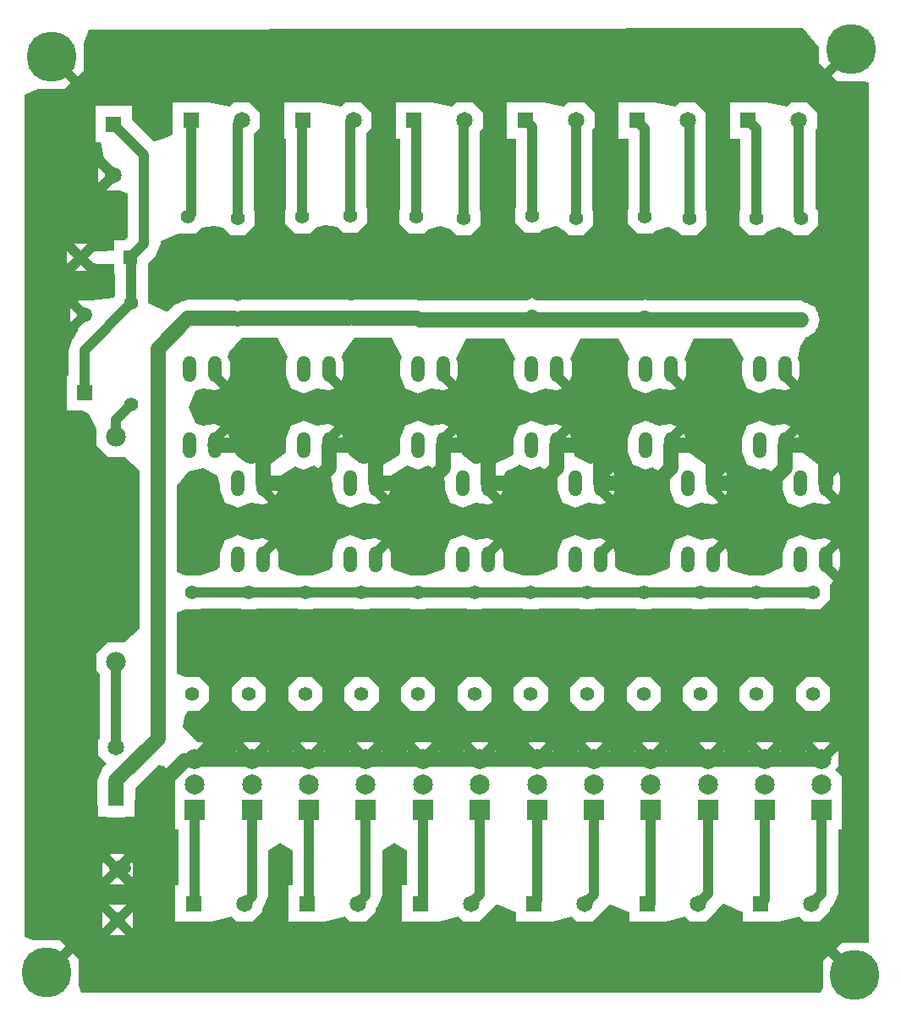
<source format=gbr>
G04*
G04 #@! TF.GenerationSoftware,Altium Limited,Altium Designer,22.4.2 (48)*
G04*
G04 Layer_Physical_Order=2*
G04 Layer_Color=16711680*
%FSLAX44Y44*%
%MOMM*%
G71*
G04*
G04 #@! TF.SameCoordinates,69224164-BCDE-4545-B53B-617D96EECF20*
G04*
G04*
G04 #@! TF.FilePolarity,Positive*
G04*
G01*
G75*
%ADD28C,1.5000*%
%ADD29C,1.0000*%
%ADD30C,5.0000*%
%ADD31C,1.6500*%
%ADD32R,1.6500X1.6500*%
%ADD33C,1.3500*%
%ADD34R,1.3500X1.3500*%
%ADD35C,1.4000*%
%ADD36O,1.3208X2.6416*%
%ADD37R,1.6500X1.6500*%
%ADD38C,1.9800*%
%ADD39C,1.5000*%
%ADD40R,1.5000X1.5000*%
%ADD41R,1.9950X1.9950*%
%ADD42C,1.9950*%
G36*
X1011940Y1173754D02*
Y1158955D01*
X1017777Y1153118D01*
X1040405Y1175745D01*
X1047476Y1168674D01*
X1024848Y1146047D01*
X1030685Y1140210D01*
X1057195D01*
X1061720Y1138336D01*
Y278676D01*
X1061005Y278380D01*
X1034495D01*
X1028658Y272543D01*
X1051285Y249916D01*
X1044214Y242845D01*
X1021587Y265472D01*
X1015750Y259635D01*
Y233125D01*
X1013876Y228600D01*
X273687D01*
X270760Y235665D01*
Y262175D01*
X264923Y268012D01*
X242295Y245385D01*
X235224Y252456D01*
X257852Y275083D01*
X252015Y280920D01*
X225505D01*
X217170Y284373D01*
Y1127033D01*
X230585Y1132590D01*
X257095D01*
X262932Y1138427D01*
X240305Y1161055D01*
X247376Y1168126D01*
X270003Y1145498D01*
X275840Y1151335D01*
Y1177845D01*
X281431Y1191405D01*
X995351Y1193701D01*
X1011940Y1173754D01*
D02*
G37*
%LPC*%
G36*
X401790Y1119340D02*
X400518Y1119340D01*
X365290D01*
Y1087152D01*
X355820Y1082285D01*
X346576Y1079735D01*
X324320Y1101991D01*
Y1115530D01*
X287820D01*
Y1079030D01*
X293235D01*
X296218Y1063403D01*
X309606Y1050015D01*
X306070Y1046480D01*
X309606Y1042944D01*
X298822Y1032161D01*
X299753Y1031230D01*
X312387D01*
X320314Y1027946D01*
Y984155D01*
X316839Y980680D01*
X306300D01*
Y970833D01*
X292304Y970338D01*
X286317Y970126D01*
X280121Y963930D01*
X286317Y957734D01*
X289461Y957623D01*
X306300Y957027D01*
Y947180D01*
X307614D01*
Y926016D01*
X306850Y925252D01*
Y924605D01*
X305907Y923830D01*
X282866Y920910D01*
X270854Y920910D01*
X270142Y920199D01*
X280396Y909946D01*
X276860Y906410D01*
X280396Y902875D01*
X270142Y892622D01*
X270854Y891910D01*
X266889Y884210D01*
X265380Y882701D01*
X260624Y871220D01*
Y845910D01*
X259360D01*
Y810910D01*
X274678D01*
X281305Y807337D01*
X288710Y792573D01*
X288710Y790910D01*
Y776087D01*
X300367Y764430D01*
X316853D01*
X331578Y750871D01*
Y592789D01*
X316853Y579230D01*
X300367D01*
X288710Y567573D01*
Y551087D01*
X292374Y547423D01*
Y483284D01*
X290360Y481269D01*
Y466151D01*
X298821Y457689D01*
X295216Y454084D01*
X289668Y440690D01*
Y431563D01*
X289668Y422910D01*
X289949Y418423D01*
X290360Y411849D01*
Y407895D01*
X290360D01*
Y404660D01*
X308610Y403968D01*
X326860Y404660D01*
Y407895D01*
X326860Y407895D01*
Y411849D01*
X327271Y418423D01*
X327552Y422910D01*
X327552Y432844D01*
X350375Y455667D01*
X355297Y455564D01*
X367375Y444383D01*
Y428606D01*
Y391505D01*
X371114D01*
Y335750D01*
X367649D01*
Y299250D01*
X402877D01*
X404149Y299250D01*
X424149Y304241D01*
X429139Y299250D01*
X444258D01*
X454949Y309941D01*
Y312789D01*
X455865Y313706D01*
X460621Y325186D01*
Y370263D01*
X472902Y377956D01*
X485183Y370263D01*
Y335750D01*
X481223D01*
Y299250D01*
X516451D01*
X517723Y299250D01*
X537723Y304241D01*
X542713Y299250D01*
X557832D01*
X568523Y309941D01*
Y312789D01*
X569934Y314200D01*
X574689Y325681D01*
Y370264D01*
X586971Y377957D01*
X599252Y370264D01*
Y335750D01*
X594797D01*
Y299250D01*
X630025D01*
X631297Y299250D01*
X651297Y304241D01*
X656288Y299250D01*
X671407D01*
X682097Y309941D01*
X688371Y316749D01*
X690794Y316647D01*
X708371Y308938D01*
Y299250D01*
X743599D01*
X744871Y299250D01*
X764871Y304241D01*
X769862Y299250D01*
X784981D01*
X795671Y309941D01*
X801945Y316777D01*
X803867Y316713D01*
X821945Y308990D01*
Y299250D01*
X857174D01*
X858445Y299250D01*
X878445Y304241D01*
X883436Y299250D01*
X898555D01*
X909246Y309941D01*
X909245Y310124D01*
X915520Y316939D01*
X917305Y316884D01*
X935520Y309134D01*
Y299250D01*
X970748D01*
X972020Y299250D01*
X992020Y304241D01*
X997011Y299250D01*
X1012129D01*
X1022820Y309941D01*
Y312789D01*
X1026210Y316180D01*
X1027603Y319542D01*
X1030966Y327660D01*
Y391505D01*
X1034705D01*
Y431455D01*
Y445154D01*
X1028158Y451701D01*
X1031705Y455249D01*
Y469311D01*
X1030269Y470748D01*
X1018266Y458745D01*
X1014730Y462280D01*
X1011195Y458745D01*
X999191Y470748D01*
X997755Y469311D01*
Y467285D01*
X986213Y460570D01*
X974670Y467285D01*
Y469311D01*
X973234Y470748D01*
X961231Y458745D01*
X957695Y462280D01*
X954160Y458745D01*
X942157Y470748D01*
X940720Y469311D01*
Y467285D01*
X929178Y460570D01*
X917636Y467285D01*
Y469311D01*
X916199Y470748D01*
X904196Y458745D01*
X900661Y462280D01*
X897125Y458745D01*
X885122Y470748D01*
X883686Y469311D01*
Y467285D01*
X872143Y460571D01*
X860602Y467285D01*
Y469311D01*
X859165Y470748D01*
X847162Y458745D01*
X843626Y462280D01*
X840091Y458745D01*
X828088Y470748D01*
X826652Y469311D01*
Y467285D01*
X815109Y460570D01*
X803567Y467285D01*
Y469311D01*
X802130Y470748D01*
X790127Y458745D01*
X786592Y462280D01*
X783056Y458745D01*
X771053Y470748D01*
X769617Y469311D01*
Y467285D01*
X758074Y460570D01*
X746532Y467285D01*
Y469311D01*
X745096Y470748D01*
X733093Y458745D01*
X729557Y462280D01*
X726022Y458745D01*
X714018Y470748D01*
X712582Y469311D01*
Y467285D01*
X701040Y460571D01*
X689498Y467285D01*
Y469311D01*
X688062Y470748D01*
X676058Y458745D01*
X672523Y462280D01*
X668987Y458745D01*
X656984Y470748D01*
X655548Y469311D01*
Y467285D01*
X644006Y460570D01*
X632463Y467285D01*
Y469311D01*
X631027Y470748D01*
X619024Y458745D01*
X615488Y462280D01*
X611953Y458745D01*
X599949Y470748D01*
X598513Y469311D01*
Y467285D01*
X586971Y460570D01*
X575429Y467285D01*
Y469311D01*
X573992Y470748D01*
X561989Y458745D01*
X558453Y462280D01*
X554918Y458745D01*
X542915Y470748D01*
X541479Y469311D01*
Y467285D01*
X529936Y460570D01*
X518394Y467285D01*
Y469311D01*
X516958Y470748D01*
X504954Y458745D01*
X501419Y462280D01*
X497883Y458745D01*
X485880Y470748D01*
X484444Y469311D01*
Y467285D01*
X472902Y460571D01*
X461360Y467285D01*
Y469311D01*
X459923Y470748D01*
X447920Y458745D01*
X444385Y462280D01*
X440849Y458745D01*
X428846Y470748D01*
X427410Y469311D01*
Y467285D01*
X415867Y460570D01*
X404325Y467285D01*
Y469311D01*
X402889Y470748D01*
X390886Y458745D01*
X383815Y465816D01*
X395818Y477819D01*
X394381Y479255D01*
X390344D01*
X375061Y493864D01*
X376823Y504395D01*
X379848Y510050D01*
X391852D01*
X401810Y520008D01*
Y534092D01*
X391852Y544050D01*
X377768D01*
X369462Y547491D01*
Y608209D01*
X377768Y611650D01*
X391852D01*
X392616Y612414D01*
X433461D01*
X434226Y611650D01*
X448309D01*
X449073Y612414D01*
X489919D01*
X490683Y611650D01*
X504766D01*
X505530Y612414D01*
X546376D01*
X547140Y611650D01*
X561223D01*
X561987Y612414D01*
X602833D01*
X603597Y611650D01*
X617681D01*
X618445Y612414D01*
X659291D01*
X660055Y611650D01*
X674138D01*
X674902Y612414D01*
X715748D01*
X716512Y611650D01*
X730595D01*
X731359Y612414D01*
X772205D01*
X772969Y611650D01*
X787052D01*
X787816Y612414D01*
X828662D01*
X829427Y611650D01*
X843510D01*
X844274Y612414D01*
X885120D01*
X885884Y611650D01*
X899967D01*
X900731Y612414D01*
X941577D01*
X942341Y611650D01*
X956424D01*
X957189Y612414D01*
X998034D01*
X998798Y611650D01*
X1012882D01*
X1022840Y621608D01*
X1022840Y635692D01*
X1026085Y640450D01*
X1015005Y651531D01*
X1022076Y658602D01*
X1031023Y649654D01*
X1033265Y655066D01*
Y668274D01*
X1031023Y673686D01*
X1022076Y664738D01*
X1015005Y671809D01*
X1023952Y680757D01*
X1018540Y682999D01*
X1005848Y680982D01*
X993140Y686246D01*
X987371Y683856D01*
X980432Y680982D01*
X975168Y668274D01*
Y655066D01*
X973812Y653037D01*
X956424Y645650D01*
X942341D01*
X923861Y650399D01*
X920743Y655066D01*
Y668274D01*
X918501Y673686D01*
X909554Y664738D01*
X902483Y671809D01*
X911430Y680757D01*
X906018Y682999D01*
X893326Y680982D01*
X880618Y686246D01*
X874848Y683856D01*
X867910Y680982D01*
X862646Y668274D01*
Y655066D01*
X861048Y652674D01*
X843510Y645650D01*
X829427D01*
X811096Y650762D01*
X808221Y655066D01*
Y668274D01*
X805979Y673686D01*
X797031Y664738D01*
X789960Y671809D01*
X798908Y680757D01*
X793496Y682999D01*
X793496Y682999D01*
X780804Y680982D01*
X768096Y686246D01*
X762327Y683856D01*
X755388Y680982D01*
X750124Y668274D01*
Y655066D01*
X748283Y652311D01*
X730595Y645650D01*
X716512D01*
X698332Y651125D01*
X695699Y655066D01*
Y668274D01*
X693457Y673686D01*
X684510Y664738D01*
X677439Y671809D01*
X686386Y680757D01*
X680974Y682999D01*
X680974Y682999D01*
X668282Y680982D01*
X655574Y686246D01*
X649805Y683856D01*
X642866Y680982D01*
X637602Y668274D01*
Y655066D01*
X635519Y651949D01*
X617681Y645650D01*
X603597D01*
X585568Y651488D01*
X583177Y655066D01*
Y668274D01*
X580935Y673686D01*
X571987Y664738D01*
X564916Y671809D01*
X573864Y680757D01*
X568452Y682999D01*
X568452Y682999D01*
X555760Y680982D01*
X543052Y686246D01*
X537282Y683856D01*
X530344Y680982D01*
X525080Y668274D01*
Y655066D01*
X522755Y651586D01*
X504766Y645650D01*
X490683D01*
X472804Y651850D01*
X470655Y655066D01*
Y668274D01*
X468413Y673686D01*
X459465Y664738D01*
X452394Y671809D01*
X461342Y680757D01*
X455930Y682999D01*
X455930Y682999D01*
X443238Y680982D01*
X430530Y686246D01*
X424761Y683856D01*
X417822Y680982D01*
X412558Y668274D01*
Y655066D01*
X409991Y651224D01*
X391852Y645650D01*
X377768D01*
X369462Y649091D01*
Y735051D01*
X381077Y749872D01*
X395636Y753515D01*
X409866Y745714D01*
X410081Y745528D01*
X412558Y736163D01*
Y731266D01*
X417822Y718558D01*
X424761Y715684D01*
X430530Y713294D01*
X443238Y718558D01*
X455930Y716541D01*
X455930Y716541D01*
X461342Y718783D01*
X452394Y727730D01*
X459465Y734801D01*
X468413Y725854D01*
X470655Y731266D01*
Y739792D01*
X470655Y743480D01*
X475740Y747509D01*
X488012Y754834D01*
X490881Y753645D01*
X496316Y751394D01*
X506265Y755515D01*
X523416Y745304D01*
X525080Y736163D01*
Y731266D01*
X530344Y718558D01*
X537283Y715684D01*
X543052Y713294D01*
X555760Y718558D01*
X568452Y716541D01*
X568452Y716541D01*
X573864Y718783D01*
X564916Y727730D01*
X571987Y734801D01*
X580935Y725854D01*
X583177Y731266D01*
Y738248D01*
X583177Y744474D01*
X583502Y745788D01*
X597338Y753906D01*
X600218Y755596D01*
X606109Y753156D01*
X610362Y751394D01*
X620572Y755623D01*
X635538Y746913D01*
X636664Y745582D01*
X637602Y736163D01*
Y731266D01*
X642866Y718558D01*
X649805Y715684D01*
X655574Y713294D01*
X668282Y718558D01*
X680974Y716541D01*
X680974Y716541D01*
X686386Y718783D01*
X677439Y727730D01*
X684510Y734801D01*
X693457Y725854D01*
X695699Y731266D01*
Y736892D01*
X695699Y744474D01*
X695813Y744713D01*
X698453Y749918D01*
X707718Y754188D01*
X712424Y756358D01*
X721334Y752667D01*
X724408Y751394D01*
X732779Y754861D01*
X745240Y747398D01*
X749996Y743635D01*
X750124Y736163D01*
Y731266D01*
X755388Y718558D01*
X762327Y715684D01*
X768096Y713294D01*
X780804Y718558D01*
X793496Y716541D01*
X793496Y716541D01*
X798908Y718783D01*
X789960Y727730D01*
X797031Y734801D01*
X805979Y725854D01*
X808221Y731266D01*
Y744474D01*
X805979Y749886D01*
X797031Y740938D01*
X789960Y748009D01*
X798908Y756957D01*
X793496Y759199D01*
X793496Y759199D01*
X782686Y757481D01*
X767517Y765450D01*
X764533Y780924D01*
Y782574D01*
X762291Y787986D01*
X753344Y779038D01*
X746273Y786109D01*
X755220Y795057D01*
X749808Y797299D01*
X749808Y797299D01*
X737116Y795282D01*
X724408Y800546D01*
X718639Y798156D01*
X711700Y795282D01*
X706436Y782574D01*
Y774615D01*
X706436Y769366D01*
X706048Y767920D01*
X705305Y766198D01*
X686268Y757006D01*
X680974Y759199D01*
X680974Y759199D01*
X680974Y759199D01*
X668282Y757182D01*
X665856Y758187D01*
X654466Y766472D01*
X650487Y780924D01*
Y782574D01*
X648245Y787986D01*
X639297Y779038D01*
X632226Y786109D01*
X641174Y795057D01*
X635762Y797299D01*
X635762Y797299D01*
X623070Y795282D01*
X610362Y800546D01*
X604593Y798156D01*
X597654Y795282D01*
X592390Y782574D01*
Y773164D01*
X592390Y769366D01*
X592126Y766253D01*
X575475Y756290D01*
X568452Y759199D01*
X555760Y757182D01*
X552034Y758726D01*
X541912Y765633D01*
X536441Y780924D01*
Y782574D01*
X534199Y787986D01*
X525252Y779038D01*
X518181Y786109D01*
X527128Y795057D01*
X521716Y797299D01*
X521716Y797299D01*
X509024Y795282D01*
X496316Y800546D01*
X490546Y798156D01*
X483608Y795282D01*
X478344Y782574D01*
Y772093D01*
X478344Y769366D01*
X478407Y768634D01*
X470113Y762629D01*
X462316Y756984D01*
X461252Y756995D01*
X455930Y759199D01*
X443238Y757182D01*
X438211Y759265D01*
X429458Y764855D01*
X422395Y780724D01*
Y782574D01*
X420153Y787986D01*
X411205Y779038D01*
X404134Y786109D01*
X413082Y795057D01*
X407670Y797299D01*
X394978Y795282D01*
X387893Y798217D01*
X381348Y814070D01*
X387893Y829923D01*
X394978Y832858D01*
X407670Y830841D01*
X413082Y833083D01*
X404134Y842030D01*
X411205Y849101D01*
X420153Y840154D01*
X422395Y845566D01*
Y858774D01*
X420219Y864028D01*
X421738Y869342D01*
X434133Y884028D01*
X470023D01*
X480520Y864028D01*
X478344Y858774D01*
Y845566D01*
X483608Y832858D01*
X490547Y829984D01*
X496316Y827594D01*
X509024Y832858D01*
X521716Y830841D01*
X521716Y830841D01*
X527128Y833083D01*
X518181Y842030D01*
X525252Y849101D01*
X534199Y840154D01*
X536441Y845566D01*
Y858774D01*
X534265Y864028D01*
X535453Y867717D01*
X547163Y884028D01*
X584069D01*
X594566Y864028D01*
X592390Y858774D01*
Y845566D01*
X597654Y832858D01*
X604593Y829984D01*
X610362Y827594D01*
X623070Y832858D01*
X635762Y830841D01*
X635762Y830841D01*
X641174Y833083D01*
X632226Y842030D01*
X639297Y849101D01*
X648245Y840154D01*
X650487Y845566D01*
Y858774D01*
X648837Y862758D01*
X658733Y882758D01*
X696845D01*
X708086Y862758D01*
X706436Y858774D01*
Y845566D01*
X711700Y832858D01*
X718639Y829984D01*
X724408Y827594D01*
X737116Y832858D01*
X749808Y830841D01*
X749808Y830841D01*
X755220Y833083D01*
X746273Y842030D01*
X753344Y849101D01*
X762291Y840154D01*
X764533Y845566D01*
Y858774D01*
X762883Y862758D01*
X772779Y882758D01*
X810891D01*
X822132Y862758D01*
X820482Y858774D01*
Y845566D01*
X823356Y838627D01*
X825746Y832858D01*
X838454Y827594D01*
X844223Y829984D01*
X851162Y832858D01*
X863854Y830841D01*
X869266Y833083D01*
X860319Y842030D01*
X867390Y849101D01*
X876337Y840154D01*
X878579Y845566D01*
Y858774D01*
X876929Y862758D01*
X886825Y882758D01*
X924937D01*
X936178Y862758D01*
X934528Y858774D01*
Y845566D01*
X937402Y838627D01*
X939792Y832858D01*
X952500Y827594D01*
X958270Y829984D01*
X965208Y832858D01*
X977900Y830841D01*
X983312Y833083D01*
X974364Y842030D01*
X981435Y849101D01*
X990383Y840154D01*
X992625Y845566D01*
Y858774D01*
X990975Y862758D01*
X992859Y875580D01*
X998929Y884700D01*
X1000956D01*
X1002620Y886364D01*
X1007308Y888306D01*
X1009250Y892994D01*
X1010914Y894658D01*
Y897012D01*
X1012856Y901700D01*
X1010914Y906388D01*
Y908742D01*
X1009250Y910406D01*
X1007308Y915094D01*
X1002620Y917036D01*
X1000956Y918700D01*
X998602D01*
X993914Y920642D01*
X840770D01*
X837704Y921912D01*
X834638Y920642D01*
X732314D01*
X731716Y921240D01*
X729362D01*
X724674Y923182D01*
X719986Y921240D01*
X717633D01*
X717034Y920642D01*
X613203D01*
X612687Y920428D01*
X609104Y921912D01*
X547163D01*
X545541Y921240D01*
X542334D01*
X540712Y921912D01*
X434133D01*
X430034Y920214D01*
X425936Y921912D01*
X380504D01*
X375816Y919970D01*
X373463D01*
X371798Y918306D01*
X367110Y916364D01*
X360097Y909351D01*
X340850Y918388D01*
Y925252D01*
X340086Y926016D01*
Y958005D01*
X348031Y965950D01*
X352786Y977430D01*
Y979962D01*
X372786Y988247D01*
X373463Y987570D01*
X387546D01*
X393971Y993996D01*
X406654Y995501D01*
X415823Y993470D01*
X422993Y986300D01*
X437076D01*
X447034Y996258D01*
Y1010342D01*
X446270Y1011106D01*
Y1087211D01*
X452590Y1093531D01*
Y1108649D01*
X441899Y1119340D01*
X426781D01*
X421790Y1114349D01*
X401790Y1119340D01*
X401790Y1119340D01*
D02*
G37*
G36*
X291751Y1053728D02*
X290820Y1052797D01*
Y1040163D01*
X291751Y1039232D01*
X298999Y1046480D01*
X291751Y1053728D01*
D02*
G37*
G36*
X513296Y1119340D02*
X512024Y1119340D01*
X476796D01*
Y1082840D01*
X478568D01*
Y1012376D01*
X477804Y1011612D01*
Y997528D01*
X487763Y987570D01*
X501846D01*
X508117Y993841D01*
X517797Y996515D01*
X530495Y994368D01*
X536023Y988840D01*
X550106D01*
X560064Y998798D01*
Y1012882D01*
X559300Y1013646D01*
Y1088735D01*
X564096Y1093531D01*
Y1108649D01*
X553405Y1119340D01*
X538287D01*
X533296Y1114349D01*
X513296Y1119340D01*
X513296Y1119340D01*
D02*
G37*
G36*
X959320D02*
X958048Y1119340D01*
X922820D01*
Y1082840D01*
X933228D01*
Y1011106D01*
X932464Y1010342D01*
Y996258D01*
X942423Y986300D01*
X956506D01*
X959711Y989505D01*
X971689Y994207D01*
X983667Y989505D01*
X986873Y986300D01*
X1000956D01*
X1010914Y996258D01*
Y1010342D01*
X1008106Y1013150D01*
Y1091516D01*
X1010120Y1093531D01*
Y1108649D01*
X999429Y1119340D01*
X984311D01*
X979320Y1114349D01*
X959320Y1119340D01*
X959320Y1119340D01*
D02*
G37*
G36*
X847814D02*
X846542Y1119340D01*
X811314D01*
Y1082840D01*
X821468D01*
Y1012376D01*
X820704Y1011612D01*
Y997528D01*
X830663Y987570D01*
X844746D01*
X847579Y990404D01*
X860736Y994787D01*
X871535Y989877D01*
X875113Y986300D01*
X889196D01*
X899154Y996258D01*
Y1010342D01*
X898390Y1011106D01*
Y1093307D01*
X898614Y1093531D01*
Y1108649D01*
X887923Y1119340D01*
X872805D01*
X867814Y1114349D01*
X847814Y1119340D01*
X847814Y1119340D01*
D02*
G37*
G36*
X736308D02*
X735036Y1119340D01*
X699808D01*
Y1082840D01*
X708438D01*
Y1013646D01*
X707674Y1012882D01*
Y998798D01*
X717633Y988840D01*
X731716D01*
X734177Y991301D01*
X748494Y995256D01*
X758133Y990249D01*
X762083Y986300D01*
X776166D01*
X786124Y996258D01*
Y1010342D01*
X785360Y1011106D01*
Y1091783D01*
X787108Y1093531D01*
Y1108649D01*
X776417Y1119340D01*
X761299D01*
X756308Y1114349D01*
X736308Y1119340D01*
X736308Y1119340D01*
D02*
G37*
G36*
X624802D02*
X623530Y1119340D01*
X588302D01*
Y1082840D01*
X592868D01*
Y1012376D01*
X592104Y1011612D01*
Y997528D01*
X602063Y987570D01*
X616146D01*
X620775Y992200D01*
X633582Y995037D01*
X643679Y991674D01*
X649053Y986300D01*
X663136D01*
X673094Y996258D01*
X673094Y1002175D01*
Y1010342D01*
X672330Y1011106D01*
Y1090259D01*
X675602Y1093531D01*
Y1108649D01*
X664911Y1119340D01*
X649793D01*
X644802Y1114349D01*
X624802Y1119340D01*
X624802Y1119340D01*
D02*
G37*
G36*
X267355Y977680D02*
X266863Y977188D01*
X273050Y971001D01*
X279237Y977188D01*
X278745Y977680D01*
X267355D01*
D02*
G37*
G36*
X259792Y970117D02*
X259300Y969625D01*
X259300Y958235D01*
X259792Y957743D01*
X265979Y963930D01*
X259792Y970117D01*
D02*
G37*
G36*
X273050Y956859D02*
X266863Y950672D01*
X267355Y950180D01*
X278745D01*
X279237Y950672D01*
X273050Y956859D01*
D02*
G37*
G36*
X263071Y913128D02*
X262360Y912416D01*
X262360Y904428D01*
Y900404D01*
X263071Y899693D01*
X269789Y906410D01*
X263071Y913128D01*
D02*
G37*
G36*
X952500Y800546D02*
X946731Y798156D01*
X939792Y795282D01*
X934528Y782574D01*
Y769366D01*
X939792Y756658D01*
X946730Y753784D01*
X952500Y751394D01*
X957191Y753337D01*
X964162Y749901D01*
X975168Y740486D01*
X975168Y731266D01*
X978042Y724327D01*
X980432Y718558D01*
X993140Y713294D01*
X998910Y715684D01*
X1005848Y718558D01*
X1018540Y716541D01*
X1023952Y718783D01*
X1015005Y727730D01*
X1022076Y734801D01*
X1031023Y725854D01*
X1033265Y731266D01*
Y744474D01*
X1031023Y749886D01*
X1022076Y740938D01*
X1015005Y748009D01*
X1023952Y756957D01*
X1018540Y759199D01*
X1009759Y757804D01*
X992925Y770153D01*
X992625Y780924D01*
Y782574D01*
X990383Y787986D01*
X981435Y779038D01*
X974364Y786109D01*
X983312Y795057D01*
X977900Y797299D01*
X965208Y795282D01*
X952500Y800546D01*
D02*
G37*
G36*
X838454D02*
X832685Y798156D01*
X825746Y795282D01*
X820482Y782574D01*
Y769366D01*
X825746Y756658D01*
X832684Y753784D01*
X838454Y751394D01*
X844985Y754099D01*
X853814Y749287D01*
X862646Y742010D01*
Y731266D01*
X865520Y724327D01*
X867910Y718558D01*
X880618Y713294D01*
X886387Y715684D01*
X893326Y718558D01*
X906018Y716541D01*
X911430Y718783D01*
X902483Y727730D01*
X909554Y734801D01*
X918501Y725854D01*
X920743Y731266D01*
Y744474D01*
X918501Y749886D01*
X909554Y740938D01*
X902483Y748009D01*
X911430Y756957D01*
X906018Y759199D01*
X897216Y757800D01*
X879809Y769780D01*
X878579Y780924D01*
Y782574D01*
X876337Y787986D01*
X867390Y779038D01*
X860319Y786109D01*
X869266Y795057D01*
X863854Y797299D01*
X851162Y795282D01*
X838454Y800546D01*
D02*
G37*
G36*
X1012882Y544050D02*
X998798D01*
X988840Y534092D01*
Y520008D01*
X998798Y510050D01*
X1012882D01*
X1022840Y520008D01*
Y534092D01*
X1012882Y544050D01*
D02*
G37*
G36*
X956424D02*
X942341D01*
X932383Y534092D01*
Y520008D01*
X942341Y510050D01*
X956424D01*
X966383Y520008D01*
Y534092D01*
X956424Y544050D01*
D02*
G37*
G36*
X899967D02*
X885884D01*
X875925Y534092D01*
Y520008D01*
X885884Y510050D01*
X899967D01*
X909925Y520008D01*
Y534092D01*
X899967Y544050D01*
D02*
G37*
G36*
X843510D02*
X829427D01*
X819468Y534092D01*
Y520008D01*
X829427Y510050D01*
X843510D01*
X853468Y520008D01*
Y534092D01*
X843510Y544050D01*
D02*
G37*
G36*
X787052D02*
X772969D01*
X763011Y534092D01*
Y520008D01*
X772969Y510050D01*
X787052D01*
X797011Y520008D01*
Y534092D01*
X787052Y544050D01*
D02*
G37*
G36*
X730595D02*
X716512D01*
X706554Y534092D01*
Y520008D01*
X716512Y510050D01*
X730595D01*
X740554Y520008D01*
Y534092D01*
X730595Y544050D01*
D02*
G37*
G36*
X674138D02*
X660055D01*
X650097Y534092D01*
Y520008D01*
X660055Y510050D01*
X674138D01*
X684096Y520008D01*
Y534092D01*
X674138Y544050D01*
D02*
G37*
G36*
X617681D02*
X603597D01*
X593639Y534092D01*
Y520008D01*
X603597Y510050D01*
X617681D01*
X627639Y520008D01*
Y534092D01*
X617681Y544050D01*
D02*
G37*
G36*
X561223D02*
X547140D01*
X537182Y534092D01*
Y520008D01*
X547140Y510050D01*
X561223D01*
X571182Y520008D01*
Y534092D01*
X561223Y544050D01*
D02*
G37*
G36*
X504766D02*
X490683D01*
X480725Y534092D01*
Y520008D01*
X490683Y510050D01*
X504766D01*
X514725Y520008D01*
Y534092D01*
X504766Y544050D01*
D02*
G37*
G36*
X448309D02*
X434226D01*
X424267Y534092D01*
Y520008D01*
X434226Y510050D01*
X448309D01*
X458267Y520008D01*
Y534092D01*
X448309Y544050D01*
D02*
G37*
G36*
X1021761Y479255D02*
X1007699D01*
X1006262Y477819D01*
X1014730Y469351D01*
X1023198Y477819D01*
X1021761Y479255D01*
D02*
G37*
G36*
X964727D02*
X950664D01*
X949228Y477819D01*
X957695Y469351D01*
X966163Y477819D01*
X964727Y479255D01*
D02*
G37*
G36*
X907692D02*
X893629D01*
X892193Y477819D01*
X900661Y469351D01*
X909128Y477819D01*
X907692Y479255D01*
D02*
G37*
G36*
X850658D02*
X836595D01*
X835159Y477819D01*
X843626Y469351D01*
X852094Y477819D01*
X850658Y479255D01*
D02*
G37*
G36*
X793623D02*
X779560D01*
X778124Y477819D01*
X786592Y469351D01*
X795059Y477819D01*
X793623Y479255D01*
D02*
G37*
G36*
X622519D02*
X608457D01*
X607021Y477819D01*
X615488Y469351D01*
X623956Y477819D01*
X622519Y479255D01*
D02*
G37*
G36*
X565485D02*
X551422D01*
X549986Y477819D01*
X558453Y469351D01*
X566921Y477819D01*
X565485Y479255D01*
D02*
G37*
G36*
X508450D02*
X494388D01*
X492951Y477819D01*
X501419Y469351D01*
X509887Y477819D01*
X508450Y479255D01*
D02*
G37*
G36*
X451416D02*
X437353D01*
X435917Y477819D01*
X444385Y469351D01*
X452852Y477819D01*
X451416Y479255D01*
D02*
G37*
G36*
X736588D02*
X722526D01*
X721089Y477819D01*
X729557Y469351D01*
X738025Y477819D01*
X736588Y479255D01*
D02*
G37*
G36*
X679554D02*
X665492D01*
X664055Y477819D01*
X672523Y469351D01*
X680991Y477819D01*
X679554Y479255D01*
D02*
G37*
G36*
X316197Y367040D02*
X303563D01*
X302632Y366109D01*
X309880Y358861D01*
X317128Y366109D01*
X316197Y367040D01*
D02*
G37*
G36*
X295561Y359038D02*
X294630Y358107D01*
Y345473D01*
X295561Y344542D01*
X302809Y351790D01*
X295561Y359038D01*
D02*
G37*
G36*
X324199Y359038D02*
X316951Y351790D01*
X324199Y344542D01*
X325130Y345473D01*
Y358107D01*
X324199Y359038D01*
D02*
G37*
G36*
X309880Y344719D02*
X302632Y337471D01*
X303563Y336540D01*
X316197D01*
X317128Y337471D01*
X309880Y344719D01*
D02*
G37*
G36*
X318059Y316240D02*
X301701D01*
X309880Y308061D01*
X318059Y316240D01*
D02*
G37*
G36*
X294630Y309169D02*
Y292811D01*
X302809Y300990D01*
X294630Y309169D01*
D02*
G37*
G36*
X325130Y309169D02*
X316951Y300990D01*
X325130Y292811D01*
Y309169D01*
D02*
G37*
G36*
X309880Y293919D02*
X301701Y285740D01*
X318059D01*
X309880Y293919D01*
D02*
G37*
%LPD*%
D28*
X838974Y901700D02*
X949464D01*
X613203D02*
X722134D01*
X769124D02*
X836434D01*
X727214D02*
X769124D01*
X722134D02*
X724674Y904240D01*
X727214Y901700D01*
X837704Y902970D02*
X838974Y901700D01*
X836434D02*
X837704Y902970D01*
X350520Y872986D02*
X380504Y902970D01*
X308610Y440690D02*
X350520Y482600D01*
Y872986D01*
X308610Y422910D02*
Y440690D01*
X949464Y901700D02*
X993914D01*
X355600Y439420D02*
X376556Y460376D01*
X387350Y462280D02*
X444385D01*
X455930Y737870D02*
Y770112D01*
X450072Y775970D02*
X455930Y770112D01*
X407670Y775970D02*
X450072D01*
X562594D02*
X568452Y770112D01*
Y737870D02*
Y770112D01*
X521716Y775970D02*
X562594D01*
X521716Y753110D02*
Y775970D01*
X635762D02*
X675116D01*
X680974Y737870D02*
Y770112D01*
X675116Y775970D02*
X680974Y770112D01*
X635762Y753110D02*
Y775970D01*
X680974Y737870D02*
X734568D01*
X793496D02*
Y770112D01*
X749808Y775970D02*
X787638D01*
X793496Y770112D01*
X1012682Y775970D02*
X1018540Y770112D01*
Y737870D02*
Y770112D01*
X977900Y775970D02*
X1012682D01*
X906018Y737870D02*
Y769604D01*
X899652Y775970D02*
X906018Y769604D01*
X863854Y775970D02*
X899652D01*
X906018Y737870D02*
X962660D01*
X380504Y902970D02*
X425936D01*
X494804D02*
X540712D01*
X434133D02*
X494804D01*
X547163D02*
X609104D01*
X455930Y737870D02*
X506476D01*
X521716Y753110D01*
X620522Y737870D02*
X635762Y753110D01*
X568452Y737870D02*
X620522D01*
X749808Y753110D02*
Y775970D01*
X734568Y737870D02*
X749808Y753110D01*
X863854D02*
Y775970D01*
X848614Y737870D02*
X863854Y753110D01*
X793496Y737870D02*
X848614D01*
X977900Y753110D02*
Y775970D01*
X962660Y737870D02*
X977900Y753110D01*
X444385Y462280D02*
X501419D01*
X558453D01*
X615488D01*
X957695D02*
X1014730D01*
X900661D02*
X957695D01*
X786592D02*
X843626D01*
X900661D01*
X729557D02*
X786592D01*
X615488D02*
X672523D01*
X729557D01*
D29*
X953770Y317500D02*
X957020Y320750D01*
X957695Y321425D01*
X843626Y317500D02*
Y411480D01*
X276860Y828410D02*
Y871220D01*
X436699Y317500D02*
X444385Y325186D01*
X550273Y317500D02*
X558453Y325681D01*
X663847Y317500D02*
X672523Y326176D01*
X777421Y317500D02*
X786592Y326670D01*
X890995Y317500D02*
X900661Y327165D01*
X957695Y321425D02*
Y411480D01*
X1004570Y317500D02*
X1014730Y327660D01*
Y411480D01*
X729557Y320436D02*
Y411480D01*
X615488Y319941D02*
Y411480D01*
X672523Y326176D02*
Y411480D01*
X786592Y326670D02*
Y411480D01*
X900661Y327165D02*
Y411480D01*
X387350Y318951D02*
Y411480D01*
X444385Y325186D02*
Y411480D01*
X501419Y319446D02*
Y411480D01*
X558453Y325681D02*
Y411480D01*
X383540Y1007606D02*
Y1101090D01*
X380504Y1004570D02*
X383540Y1007606D01*
X430034Y1096784D02*
X434340Y1101090D01*
X430034Y1003300D02*
Y1096784D01*
X494804Y1100848D02*
X495046Y1101090D01*
X494804Y1004570D02*
Y1100848D01*
X543064Y1098308D02*
X545846Y1101090D01*
X543064Y1005840D02*
Y1098308D01*
X606552Y1101090D02*
X609104Y1098538D01*
Y1004570D02*
Y1098538D01*
X656094Y1099832D02*
X657352Y1101090D01*
X656094Y1003300D02*
Y1099832D01*
X718058Y1101090D02*
X724674Y1094474D01*
Y1005840D02*
Y1094474D01*
X768858Y1101090D02*
X769124Y1100824D01*
Y1003300D02*
Y1100824D01*
X829564Y1101090D02*
X837704Y1092950D01*
Y1004570D02*
Y1092950D01*
X880364Y1101090D02*
X882154Y1099300D01*
Y1003300D02*
Y1099300D01*
X941070Y1101090D02*
X949464Y1092696D01*
Y1003300D02*
Y1092696D01*
X991870Y1005344D02*
X993914Y1003300D01*
X991870Y1005344D02*
Y1101090D01*
X306070Y1097280D02*
X336550Y1066800D01*
X323050Y963930D02*
X336550Y977430D01*
Y1066800D01*
X323850Y918210D02*
Y963530D01*
X276860Y871220D02*
X323850Y918210D01*
X308610Y784330D02*
Y801370D01*
X323850Y816610D01*
X308610Y473710D02*
Y559330D01*
X385446Y460376D02*
X387350Y462280D01*
X376556Y460376D02*
X385446D01*
X311124Y353034D02*
X318744D01*
X309880Y351790D02*
X311124Y353034D01*
X429269Y902466D02*
X430034Y901700D01*
X426441Y902466D02*
X429269D01*
X425936Y902970D02*
X426441Y902466D01*
X430034Y901700D02*
X430800Y902466D01*
X433628D02*
X434133Y902970D01*
X430800Y902466D02*
X433628D01*
X541982Y904240D02*
X543064D01*
X540712Y902970D02*
X541982Y904240D01*
X543064D02*
X543830Y903474D01*
X546658D01*
X547163Y902970D01*
X609104D02*
X609870Y902204D01*
X612698D02*
X613203Y901700D01*
X609870Y902204D02*
X612698D01*
X836468Y628650D02*
X892925D01*
X949383D01*
X1005840D01*
X384810D02*
X441267D01*
X780011D02*
X836468D01*
X723553D02*
X780011D01*
X667096D02*
X723553D01*
X441267D02*
X497725D01*
X554182D01*
X610639D02*
X667096D01*
X554182D02*
X610639D01*
D30*
X1043940Y1172210D02*
D03*
X1047750Y246380D02*
D03*
X238760Y248920D02*
D03*
X243840Y1164590D02*
D03*
D31*
X663847Y317500D02*
D03*
X306070Y1046480D02*
D03*
X309880Y351790D02*
D03*
X308610Y473710D02*
D03*
X436699Y317500D02*
D03*
X550273D02*
D03*
X777421D02*
D03*
X434340Y1101090D02*
D03*
X545846D02*
D03*
X657352D02*
D03*
X768858D02*
D03*
X890995Y317500D02*
D03*
X1004570D02*
D03*
X880364Y1101090D02*
D03*
X991870D02*
D03*
D32*
X613047Y317500D02*
D03*
X385899D02*
D03*
X499473D02*
D03*
X726621D02*
D03*
X383540Y1101090D02*
D03*
X495046D02*
D03*
X606552D02*
D03*
X718058D02*
D03*
X840195Y317500D02*
D03*
X953770D02*
D03*
X829564Y1101090D02*
D03*
X941070D02*
D03*
D33*
X273050Y963930D02*
D03*
D34*
X323050D02*
D03*
D35*
X323850Y918210D02*
D03*
Y816610D02*
D03*
X380504Y1004570D02*
D03*
Y902970D02*
D03*
X724674Y1005840D02*
D03*
Y904240D02*
D03*
X837704Y1004570D02*
D03*
Y902970D02*
D03*
X494804Y1004570D02*
D03*
Y902970D02*
D03*
X543064Y1005840D02*
D03*
Y904240D02*
D03*
X609104Y1004570D02*
D03*
Y902970D02*
D03*
X882154Y1003300D02*
D03*
Y901700D02*
D03*
X769124Y1003300D02*
D03*
Y901700D02*
D03*
X656094Y1003300D02*
D03*
Y901700D02*
D03*
X430034Y1003300D02*
D03*
Y901700D02*
D03*
X949464Y1003300D02*
D03*
Y901700D02*
D03*
X993914Y1003300D02*
D03*
Y901700D02*
D03*
X667096Y527050D02*
D03*
Y628650D02*
D03*
X441267Y527050D02*
D03*
Y628650D02*
D03*
X892925Y527050D02*
D03*
Y628650D02*
D03*
X384810Y527050D02*
D03*
Y628650D02*
D03*
X836468Y527050D02*
D03*
Y628650D02*
D03*
X610639Y527050D02*
D03*
Y628650D02*
D03*
X554182Y527050D02*
D03*
Y628650D02*
D03*
X780011Y527050D02*
D03*
Y628650D02*
D03*
X1005840Y527050D02*
D03*
Y628650D02*
D03*
X497725Y527050D02*
D03*
Y628650D02*
D03*
X723553Y527050D02*
D03*
Y628650D02*
D03*
X949383Y527050D02*
D03*
Y628650D02*
D03*
D36*
X543052Y661670D02*
D03*
X568452D02*
D03*
Y737870D02*
D03*
X543052D02*
D03*
X430530Y661670D02*
D03*
X455930D02*
D03*
Y737870D02*
D03*
X430530D02*
D03*
X880618Y661670D02*
D03*
X906018D02*
D03*
Y737870D02*
D03*
X880618D02*
D03*
X655574D02*
D03*
X680974D02*
D03*
Y661670D02*
D03*
X655574D02*
D03*
X382270Y852170D02*
D03*
X407670D02*
D03*
Y775970D02*
D03*
X382270D02*
D03*
X838454Y852170D02*
D03*
X863854D02*
D03*
Y775970D02*
D03*
X838454D02*
D03*
X610362Y852170D02*
D03*
X635762D02*
D03*
Y775970D02*
D03*
X610362D02*
D03*
X768096Y737870D02*
D03*
X793496D02*
D03*
Y661670D02*
D03*
X768096D02*
D03*
X993140Y737870D02*
D03*
X1018540D02*
D03*
Y661670D02*
D03*
X993140D02*
D03*
X496316Y852170D02*
D03*
X521716D02*
D03*
Y775970D02*
D03*
X496316D02*
D03*
X724408Y852170D02*
D03*
X749808D02*
D03*
Y775970D02*
D03*
X724408D02*
D03*
X952500Y852170D02*
D03*
X977900D02*
D03*
Y775970D02*
D03*
X952500D02*
D03*
D37*
X306070Y1097280D02*
D03*
X309880Y300990D02*
D03*
X308610Y422910D02*
D03*
D38*
Y784330D02*
D03*
Y559330D02*
D03*
D39*
X276860Y906410D02*
D03*
D40*
Y828410D02*
D03*
D41*
X387350Y411480D02*
D03*
X672523D02*
D03*
X444385D02*
D03*
X900661D02*
D03*
X843626D02*
D03*
X615488D02*
D03*
X558453D02*
D03*
X786592D02*
D03*
X1014730D02*
D03*
X501419D02*
D03*
X729557D02*
D03*
X957695D02*
D03*
D42*
X387350Y436880D02*
D03*
Y462280D02*
D03*
X672523D02*
D03*
Y436880D02*
D03*
X444385Y462280D02*
D03*
Y436880D02*
D03*
X900661Y462280D02*
D03*
Y436880D02*
D03*
X843626Y462280D02*
D03*
Y436880D02*
D03*
X615488Y462280D02*
D03*
Y436880D02*
D03*
X558453Y462280D02*
D03*
Y436880D02*
D03*
X786592Y462280D02*
D03*
Y436880D02*
D03*
X1014730Y462280D02*
D03*
Y436880D02*
D03*
X501419Y462280D02*
D03*
Y436880D02*
D03*
X729557Y462280D02*
D03*
Y436880D02*
D03*
X957695Y462280D02*
D03*
Y436880D02*
D03*
M02*

</source>
